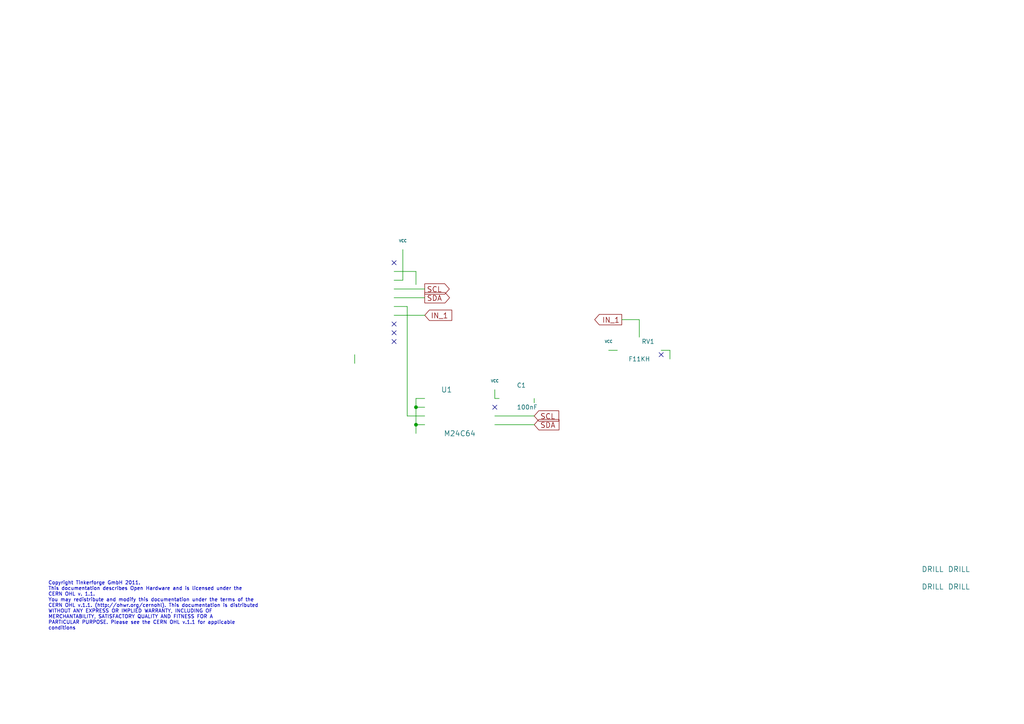
<source format=kicad_sch>
(kicad_sch (version 20230121) (generator eeschema)
  (paper "A4")
  (title_block (title "Rotary Poti Bricklet") (date "14 jan 2013") (rev "1.1") (company "Tinkerforge GmbH") (comment 1 "Licensed under CERN OHL v.1.1") (comment 2 "Copyright (©) 2011, B.Nordmeyer <bastian@tinkerforge.com>"))
  (lib_symbols)
  (junction (at 120.65 123.19))
  (junction (at 120.65 118.11))
  (no_connect (at 114.3 76.2))
  (no_connect (at 114.3 96.52))
  (no_connect (at 143.51 118.11))
  (no_connect (at 114.3 99.06))
  (no_connect (at 114.3 93.98))
  (no_connect (at 191.77 102.87))
  (wire (pts (xy 120.65 123.19) (xy 120.65 125.73)))
  (wire (pts (xy 120.65 115.57) (xy 120.65 118.11)))
  (wire (pts (xy 120.65 118.11) (xy 120.65 123.19)))
  (wire (pts (xy 180.34 92.71) (xy 185.42 92.71)))
  (wire (pts (xy 114.3 91.44) (xy 123.19 91.44)))
  (wire (pts (xy 102.87 105.41) (xy 102.87 102.87)))
  (wire (pts (xy 120.65 82.55) (xy 120.65 78.74)))
  (wire (pts (xy 114.3 81.28) (xy 116.84 81.28)))
  (wire (pts (xy 114.3 86.36) (xy 123.19 86.36)))
  (wire (pts (xy 114.3 88.9) (xy 118.11 88.9)))
  (wire (pts (xy 118.11 120.65) (xy 123.19 120.65)))
  (wire (pts (xy 114.3 83.82) (xy 123.19 83.82)))
  (wire (pts (xy 143.51 123.19) (xy 154.94 123.19)))
  (wire (pts (xy 143.51 120.65) (xy 154.94 120.65)))
  (wire (pts (xy 116.84 81.28) (xy 116.84 72.39)))
  (wire (pts (xy 143.51 115.57) (xy 144.78 115.57)))
  (wire (pts (xy 118.11 88.9) (xy 118.11 120.65)))
  (wire (pts (xy 123.19 115.57) (xy 120.65 115.57)))
  (wire (pts (xy 120.65 118.11) (xy 123.19 118.11)))
  (wire (pts (xy 143.51 113.03) (xy 143.51 115.57)))
  (wire (pts (xy 176.53 101.6) (xy 179.07 101.6)))
  (wire (pts (xy 120.65 123.19) (xy 123.19 123.19)))
  (wire (pts (xy 120.65 78.74) (xy 114.3 78.74)))
  (wire (pts (xy 191.77 101.6) (xy 194.31 101.6)))
  (wire (pts (xy 154.94 116.84) (xy 154.94 115.57)))
  (wire (pts (xy 194.31 101.6) (xy 194.31 104.14)))
  (wire (pts (xy 185.42 92.71) (xy 185.42 97.79)))
  (text "Copyright Tinkerforge GmbH 2011.\nThis documentation describes Open Hardware and is licensed under the\nCERN OHL v. 1.1.\nYou may redistribute and modify this documentation under the terms of the\nCERN OHL v.1.1. (http://ohwr.org/cernohl). This documentation is distributed\nWITHOUT ANY EXPRESS OR IMPLIED WARRANTY, INCLUDING OF\nMERCHANTABILITY, SATISFACTORY QUALITY AND FITNESS FOR A\nPARTICULAR PURPOSE. Please see the CERN OHL v.1.1 for applicable\nconditions\n" (at 13.97 182.88 0) (effects (font (size 1.016 1.016)) (justify left bottom)))
  (global_label "IN_1" (shape input) (at 123.19 91.44 0) (effects (font (size 1.524 1.524))) (property "Intersheetrefs" "${INTERSHEET_REFS}" (effects hide)))
  (global_label "SDA" (shape output) (at 123.19 86.36 0) (effects (font (size 1.524 1.524))) (property "Intersheetrefs" "${INTERSHEET_REFS}" (effects hide)))
  (global_label "SDA" (shape input) (at 154.94 123.19 0) (effects (font (size 1.524 1.524))) (property "Intersheetrefs" "${INTERSHEET_REFS}" (effects hide)))
  (global_label "SCL" (shape output) (at 123.19 83.82 0) (effects (font (size 1.524 1.524))) (property "Intersheetrefs" "${INTERSHEET_REFS}" (effects hide)))
  (global_label "IN_1" (shape output) (at 180.34 92.71 180) (effects (font (size 1.524 1.524))) (property "Intersheetrefs" "${INTERSHEET_REFS}" (effects hide)))
  (global_label "SCL" (shape input) (at 154.94 120.65 0) (effects (font (size 1.524 1.524))) (property "Intersheetrefs" "${INTERSHEET_REFS}" (effects hide)))
  (symbol (lib_id "CON-SENSOR") (at 102.87 87.63 0) (mirror y) (unit 1)
    (property "Reference" "P1" (at 109.22 73.66 0) (effects (font (size 1.524 1.524))))
    (property "Value" "CON-SENSOR" (at 97.79 87.63 90) (effects (font (size 1.524 1.524))))
    (property "Footprint" "CON-SENSOR" (effects hide))
  )
  (symbol (lib_id "GND") (at 102.87 105.41 0) (unit 1)
    (property "Reference" "#PWR1" (effects hide))
    (property "Value" "GND" (effects hide))
  )
  (symbol (lib_id "GND") (at 120.65 82.55 0) (unit 1)
    (property "Reference" "#PWR3" (effects hide))
    (property "Value" "GND" (effects hide))
  )
  (symbol (lib_id "VCC") (at 116.84 72.39 0) (unit 1)
    (property "Reference" "#PWR2" (effects hide))
    (property "Value" "VCC" (at 116.84 69.85 0) (effects (font (size 0.762 0.762))))
  )
  (symbol (lib_id "CAT24C") (at 133.35 125.73 0) (unit 1)
    (property "Reference" "U1" (at 129.54 113.03 0) (effects (font (size 1.524 1.524))))
    (property "Value" "M24C64" (at 133.35 125.73 0) (effects (font (size 1.524 1.524))))
    (property "Footprint" "TSSOP8" (effects hide))
  )
  (symbol (lib_id "GND") (at 120.65 125.73 0) (unit 1)
    (property "Reference" "#PWR4" (effects hide))
    (property "Value" "GND" (effects hide))
  )
  (symbol (lib_id "VCC") (at 143.51 113.03 0) (unit 1)
    (property "Reference" "#PWR5" (effects hide))
    (property "Value" "VCC" (at 143.51 110.49 0) (effects (font (size 0.762 0.762))))
  )
  (symbol (lib_id "VCC") (at 176.53 101.6 0) (unit 1)
    (property "Reference" "#PWR7" (effects hide))
    (property "Value" "VCC" (at 176.53 99.06 0) (effects (font (size 0.762 0.762))))
  )
  (symbol (lib_id "GND") (at 194.31 104.14 0) (unit 1)
    (property "Reference" "#PWR8" (effects hide))
    (property "Value" "GND" (effects hide))
  )
  (symbol (lib_id "RK11K113") (at 185.42 101.6 0) (unit 1)
    (property "Reference" "RV1" (at 187.96 99.06 0))
    (property "Value" "F11KH" (at 185.42 104.14 0))
    (property "Footprint" "F11KH" (effects hide))
  )
  (symbol (lib_id "DRILL") (at 278.13 165.1 0) (unit 1)
    (property "Reference" "U4" (effects hide))
    (property "Value" "DRILL" (at 278.13 165.1 0) (effects (font (size 1.524 1.524))))
    (property "Footprint" "DRILL_NP" (effects hide))
  )
  (symbol (lib_id "DRILL") (at 278.13 170.18 0) (unit 1)
    (property "Reference" "U5" (effects hide))
    (property "Value" "DRILL" (at 278.13 170.18 0) (effects (font (size 1.524 1.524))))
    (property "Footprint" "DRILL_NP" (effects hide))
  )
  (symbol (lib_id "DRILL") (at 270.51 170.18 0) (unit 1)
    (property "Reference" "U3" (effects hide))
    (property "Value" "DRILL" (at 270.51 170.18 0) (effects (font (size 1.524 1.524))))
    (property "Footprint" "DRILL_NP" (effects hide))
  )
  (symbol (lib_id "DRILL") (at 270.51 165.1 0) (unit 1)
    (property "Reference" "U2" (effects hide))
    (property "Value" "DRILL" (at 270.51 165.1 0) (effects (font (size 1.524 1.524))))
    (property "Footprint" "DRILL_NP" (effects hide))
  )
  (symbol (lib_id "C") (at 149.86 115.57 270) (unit 1)
    (property "Reference" "C1" (at 149.86 111.76 90) (effects (justify left)))
    (property "Value" "100nF" (at 149.86 118.11 90) (effects (justify left)))
    (property "Footprint" "0603" (effects hide))
  )
  (symbol (lib_id "GND") (at 154.94 116.84 0) (unit 1)
    (property "Reference" "#PWR6" (effects hide))
    (property "Value" "GND" (effects hide))
  )
)
</source>
